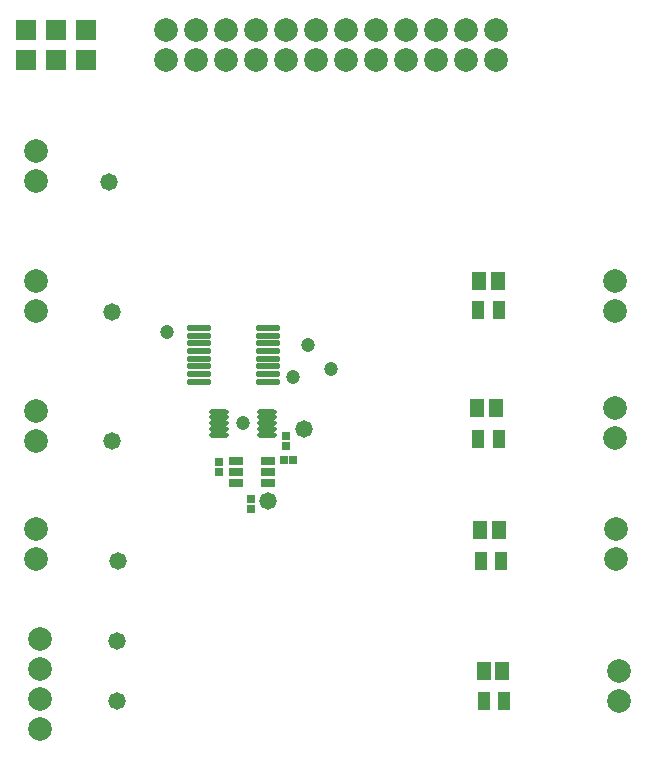
<source format=gbr>
G04 Layer_Color=8388736*
%FSLAX26Y26*%
%MOIN*%
%TF.FileFunction,Soldermask,Top*%
%TF.Part,Single*%
G01*
G75*
%TA.AperFunction,SMDPad,CuDef*%
%ADD36O,0.065087X0.017843*%
%ADD37O,0.080835X0.021779*%
%ADD38R,0.041465X0.059181*%
%ADD39R,0.045402X0.061150*%
%ADD40R,0.028472X0.028472*%
%ADD41R,0.047370X0.031622*%
%ADD42R,0.028472X0.028472*%
%TA.AperFunction,ComponentPad*%
%ADD43R,0.068000X0.068000*%
%ADD44C,0.078866*%
%TA.AperFunction,ViaPad*%
%ADD45C,0.058000*%
%ADD46C,0.047370*%
D36*
X926181Y1149606D02*
D03*
Y1169291D02*
D03*
Y1188976D02*
D03*
Y1208661D02*
D03*
Y1228347D02*
D03*
X766732Y1149606D02*
D03*
Y1169291D02*
D03*
Y1188976D02*
D03*
Y1208661D02*
D03*
Y1228347D02*
D03*
D37*
X930118Y1327756D02*
D03*
Y1353346D02*
D03*
Y1378937D02*
D03*
Y1404527D02*
D03*
Y1430118D02*
D03*
Y1455709D02*
D03*
Y1481299D02*
D03*
Y1506890D02*
D03*
X699803Y1327756D02*
D03*
Y1353346D02*
D03*
Y1378937D02*
D03*
Y1404527D02*
D03*
Y1430118D02*
D03*
Y1455709D02*
D03*
Y1481299D02*
D03*
Y1506890D02*
D03*
D38*
X1632638Y1567559D02*
D03*
X1699567D02*
D03*
X1699567Y1137008D02*
D03*
X1632638D02*
D03*
X1651575Y264878D02*
D03*
X1718504D02*
D03*
X1708504Y730394D02*
D03*
X1641575D02*
D03*
D39*
X1649606Y363303D02*
D03*
X1712598D02*
D03*
X1628504Y1240000D02*
D03*
X1691496D02*
D03*
X1634606Y1662047D02*
D03*
X1697598D02*
D03*
X1638504Y835000D02*
D03*
X1701496D02*
D03*
D40*
X1015748Y1066929D02*
D03*
X984252D02*
D03*
D41*
X823819Y1064961D02*
D03*
Y1027559D02*
D03*
Y990158D02*
D03*
X932087D02*
D03*
Y1027559D02*
D03*
Y1064961D02*
D03*
D42*
X990000Y1145748D02*
D03*
Y1114252D02*
D03*
X767717Y1059055D02*
D03*
Y1027559D02*
D03*
X875000Y904252D02*
D03*
Y935748D02*
D03*
D43*
X123032Y2501575D02*
D03*
X223032D02*
D03*
X323032D02*
D03*
Y2401575D02*
D03*
X223032D02*
D03*
X123032D02*
D03*
D44*
X157480Y2097244D02*
D03*
Y1997244D02*
D03*
X2101063Y365123D02*
D03*
Y265123D02*
D03*
X2086063Y1563150D02*
D03*
Y1663150D02*
D03*
X157480Y1664173D02*
D03*
Y1564173D02*
D03*
X2086063Y1239399D02*
D03*
Y1139399D02*
D03*
X157480Y1231102D02*
D03*
Y1131102D02*
D03*
Y737402D02*
D03*
Y837402D02*
D03*
X2091063Y735649D02*
D03*
Y835649D02*
D03*
X170000Y170000D02*
D03*
Y270000D02*
D03*
Y370000D02*
D03*
Y470000D02*
D03*
X1590551Y2401575D02*
D03*
Y2501575D02*
D03*
X1490551D02*
D03*
X1390551D02*
D03*
X1290551D02*
D03*
X1190551D02*
D03*
X1090551D02*
D03*
X990551D02*
D03*
X890551D02*
D03*
X790551D02*
D03*
X690551D02*
D03*
X590551D02*
D03*
X1490551Y2401575D02*
D03*
X1390551D02*
D03*
X1290551D02*
D03*
X1190551D02*
D03*
X1090551D02*
D03*
X990551D02*
D03*
X890551D02*
D03*
X790551D02*
D03*
X690551D02*
D03*
X590551D02*
D03*
X1690551Y2501575D02*
D03*
Y2401575D02*
D03*
D45*
X409449Y1559055D02*
D03*
Y1129921D02*
D03*
X431103Y730315D02*
D03*
X429134Y464567D02*
D03*
Y263779D02*
D03*
X1050000Y1170000D02*
D03*
X930000Y930000D02*
D03*
X400000Y1995000D02*
D03*
D46*
X847000Y1189000D02*
D03*
X1015748Y1342520D02*
D03*
X1140000Y1370000D02*
D03*
X1065000Y1450000D02*
D03*
X595000Y1495000D02*
D03*
%TF.MD5,c1061ccfb98fd64c9263a3051e1bb1a1*%
M02*

</source>
